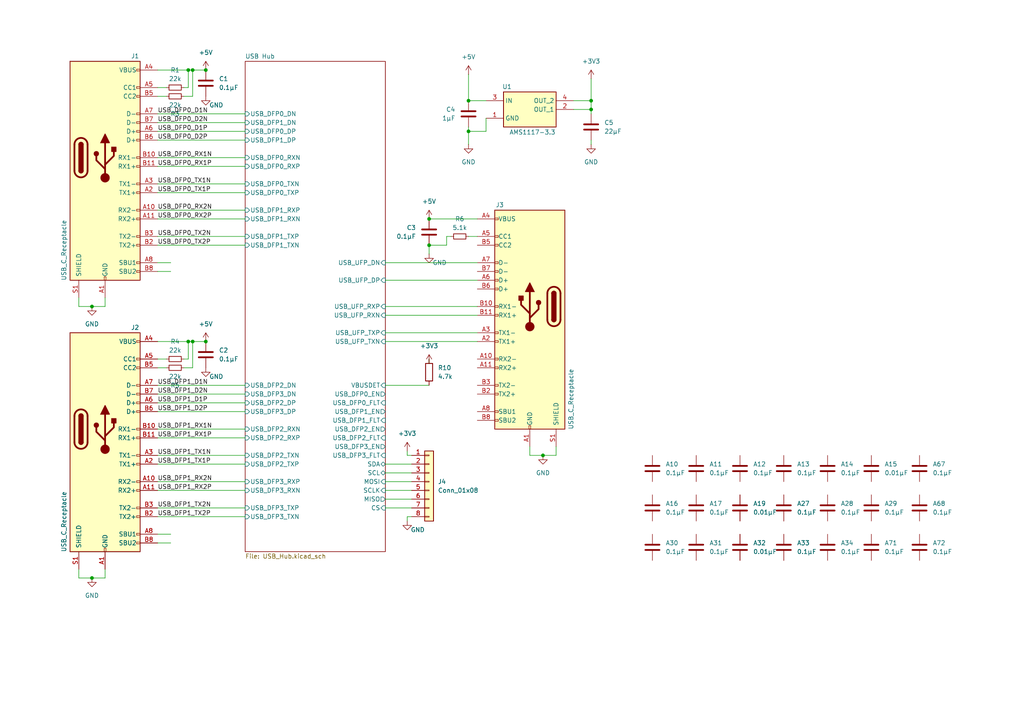
<source format=kicad_sch>
(kicad_sch (version 20231120) (generator "eeschema") (generator_version "8.0")
  (paper "A4")
  (lib_symbols
    (symbol "AP7361-10ER-13:AP7361-10ER-13"
      (property "Reference" "U5" (at 6.096 4.064 0))
      (property "Value" "AP7361-10ER-13" (at 13.462 -9.144 0))
      (symbol "AP7361-10ER-13_1_1"
        (rectangle (start 5.08 2.54) (end 20.32 -7.62) (stroke (width 0.254)) (fill (type background)))
        (pin passive line (at 0 -5.08 0) (length 5.08) (name "GND") (number "1"))
        (pin passive line (at 25.4 -2.54 180) (length 5.08) (name "OUT_1") (number "2"))
        (pin passive line (at 0 0 0) (length 5.08) (name "IN") (number "3"))
        (pin passive line (at 25.4 0 180) (length 5.08) (name "OUT_2") (number "4"))
      )
    )
    (symbol "Connector:USB_C_Receptacle" (pin_names (offset 1.016))
      (property "Reference" "J" (at -10.16 29.21 0))
      (property "Value" "USB_C_Receptacle" (at 10.16 29.21 0))
      (symbol "USB_C_Receptacle_0_0"
        (rectangle (start -0.254 -35.56) (end 0.254 -34.544))
        (rectangle (start 10.16 -32.766) (end 9.144 -33.274))
        (rectangle (start 10.16 -30.226) (end 9.144 -30.734))
        (rectangle (start 10.16 -25.146) (end 9.144 -25.654))
        (rectangle (start 10.16 -22.606) (end 9.144 -23.114))
        (rectangle (start 10.16 -17.526) (end 9.144 -18.034))
        (rectangle (start 10.16 -14.986) (end 9.144 -15.494))
        (rectangle (start 10.16 -9.906) (end 9.144 -10.414))
        (rectangle (start 10.16 -7.366) (end 9.144 -7.874))
        (rectangle (start 10.16 -2.286) (end 9.144 -2.794))
        (rectangle (start 10.16 0.254) (end 9.144 -0.254))
        (rectangle (start 10.16 5.334) (end 9.144 4.826))
        (rectangle (start 10.16 7.874) (end 9.144 7.366))
        (rectangle (start 10.16 10.414) (end 9.144 9.906))
        (rectangle (start 10.16 12.954) (end 9.144 12.446))
        (rectangle (start 10.16 18.034) (end 9.144 17.526))
        (rectangle (start 10.16 20.574) (end 9.144 20.066))
        (rectangle (start 10.16 25.654) (end 9.144 25.146))
      )
      (symbol "USB_C_Receptacle_0_1"
        (rectangle (start -10.16 27.94) (end 10.16 -35.56) (stroke (width 0.254)) (fill (type background)))
        (arc (start -8.89 -3.81) (mid -6.985 -5.7067) (end -5.08 -3.81) (stroke (width 0.508)))
        (arc (start -7.62 -3.81) (mid -6.985 -4.4423) (end -6.35 -3.81) (stroke (width 0.254)))
        (arc (start -7.62 -3.81) (mid -6.985 -4.4423) (end -6.35 -3.81) (stroke (width 0.254)) (fill (type outline)))
        (rectangle (start -7.62 -3.81) (end -6.35 3.81) (stroke (width 0.254)) (fill (type outline)))
        (arc (start -6.35 3.81) (mid -6.985 4.4423) (end -7.62 3.81) (stroke (width 0.254)))
        (arc (start -6.35 3.81) (mid -6.985 4.4423) (end -7.62 3.81) (stroke (width 0.254)) (fill (type outline)))
        (arc (start -5.08 3.81) (mid -6.985 5.7067) (end -8.89 3.81) (stroke (width 0.508)))
        (polyline (pts (xy -8.89 -3.81) (xy -8.89 3.81)) (stroke (width 0.508)))
        (polyline (pts (xy -5.08 3.81) (xy -5.08 -3.81)) (stroke (width 0.508)))
      )
      (symbol "USB_C_Receptacle_1_1"
        (circle (center -2.54 1.143) (radius 0.635) (stroke (width 0.254)) (fill (type outline)))
        (circle (center 0 -5.842) (radius 1.27) (fill (type outline)))
        (polyline (pts (xy 0 -5.842) (xy 0 4.318)) (stroke (width 0.508)))
        (polyline (pts (xy 0 -3.302) (xy -2.54 -0.762) (xy -2.54 0.508)) (stroke (width 0.508)))
        (polyline (pts (xy 0 -2.032) (xy 2.54 0.508) (xy 2.54 1.778)) (stroke (width 0.508)))
        (polyline (pts (xy -1.27 4.318) (xy 0 6.858) (xy 1.27 4.318) (xy -1.27 4.318)) (stroke (width 0.254)) (fill (type outline)))
        (rectangle (start 1.905 1.778) (end 3.175 3.048) (stroke (width 0.254)) (fill (type outline)))
        (pin passive line (at 0 -40.64 90) (length 5.08) (name "GND") (number "A1"))
        (pin bidirectional line (at 15.24 -15.24 180) (length 5.08) (name "RX2-") (number "A10"))
        (pin bidirectional line (at 15.24 -17.78 180) (length 5.08) (name "RX2+") (number "A11"))
        (pin passive line (at 0 -40.64 90) (length 5.08) hide (name "GND") (number "A12"))
        (pin bidirectional line (at 15.24 -10.16 180) (length 5.08) (name "TX1+") (number "A2"))
        (pin bidirectional line (at 15.24 -7.62 180) (length 5.08) (name "TX1-") (number "A3"))
        (pin passive line (at 15.24 25.4 180) (length 5.08) (name "VBUS") (number "A4"))
        (pin bidirectional line (at 15.24 20.32 180) (length 5.08) (name "CC1") (number "A5"))
        (pin bidirectional line (at 15.24 7.62 180) (length 5.08) (name "D+") (number "A6"))
        (pin bidirectional line (at 15.24 12.7 180) (length 5.08) (name "D-") (number "A7"))
        (pin bidirectional line (at 15.24 -30.48 180) (length 5.08) (name "SBU1") (number "A8"))
        (pin passive line (at 15.24 25.4 180) (length 5.08) hide (name "VBUS") (number "A9"))
        (pin passive line (at 0 -40.64 90) (length 5.08) hide (name "GND") (number "B1"))
        (pin bidirectional line (at 15.24 0 180) (length 5.08) (name "RX1-") (number "B10"))
        (pin bidirectional line (at 15.24 -2.54 180) (length 5.08) (name "RX1+") (number "B11"))
        (pin passive line (at 0 -40.64 90) (length 5.08) hide (name "GND") (number "B12"))
        (pin bidirectional line (at 15.24 -25.4 180) (length 5.08) (name "TX2+") (number "B2"))
        (pin bidirectional line (at 15.24 -22.86 180) (length 5.08) (name "TX2-") (number "B3"))
        (pin passive line (at 15.24 25.4 180) (length 5.08) hide (name "VBUS") (number "B4"))
        (pin bidirectional line (at 15.24 17.78 180) (length 5.08) (name "CC2") (number "B5"))
        (pin bidirectional line (at 15.24 5.08 180) (length 5.08) (name "D+") (number "B6"))
        (pin bidirectional line (at 15.24 10.16 180) (length 5.08) (name "D-") (number "B7"))
        (pin bidirectional line (at 15.24 -33.02 180) (length 5.08) (name "SBU2") (number "B8"))
        (pin passive line (at 15.24 25.4 180) (length 5.08) hide (name "VBUS") (number "B9"))
        (pin passive line (at -7.62 -40.64 90) (length 5.08) (name "SHIELD") (number "S1"))
      )
    )
    (symbol "Connector_Generic:Conn_01x08" (pin_names (offset 1.016) hide)
      (property "Reference" "J" (at 0 10.16 0))
      (property "Value" "Conn_01x08" (at 0 -12.7 0))
      (symbol "Conn_01x08_1_1"
        (rectangle (start -1.27 -10.033) (end 0 -10.287) (stroke (width 0.1524)))
        (rectangle (start -1.27 -7.493) (end 0 -7.747) (stroke (width 0.1524)))
        (rectangle (start -1.27 -4.953) (end 0 -5.207) (stroke (width 0.1524)))
        (rectangle (start -1.27 -2.413) (end 0 -2.667) (stroke (width 0.1524)))
        (rectangle (start -1.27 0.127) (end 0 -0.127) (stroke (width 0.1524)))
        (rectangle (start -1.27 2.667) (end 0 2.413) (stroke (width 0.1524)))
        (rectangle (start -1.27 5.207) (end 0 4.953) (stroke (width 0.1524)))
        (rectangle (start -1.27 7.747) (end 0 7.493) (stroke (width 0.1524)))
        (rectangle (start -1.27 8.89) (end 1.27 -11.43) (stroke (width 0.254)) (fill (type background)))
        (pin passive line (at -5.08 7.62 0) (length 3.81) (name "Pin_1") (number "1"))
        (pin passive line (at -5.08 5.08 0) (length 3.81) (name "Pin_2") (number "2"))
        (pin passive line (at -5.08 2.54 0) (length 3.81) (name "Pin_3") (number "3"))
        (pin passive line (at -5.08 0 0) (length 3.81) (name "Pin_4") (number "4"))
        (pin passive line (at -5.08 -2.54 0) (length 3.81) (name "Pin_5") (number "5"))
        (pin passive line (at -5.08 -5.08 0) (length 3.81) (name "Pin_6") (number "6"))
        (pin passive line (at -5.08 -7.62 0) (length 3.81) (name "Pin_7") (number "7"))
        (pin passive line (at -5.08 -10.16 0) (length 3.81) (name "Pin_8") (number "8"))
      )
    )
    (symbol "Device:C" (pin_numbers hide) (pin_names (offset 0.254))
      (property "Reference" "C" (at 0.635 2.54 0))
      (property "Value" "C" (at 0.635 -2.54 0))
      (symbol "C_0_1"
        (polyline (pts (xy -2.032 -0.762) (xy 2.032 -0.762)) (stroke (width 0.508)))
        (polyline (pts (xy -2.032 0.762) (xy 2.032 0.762)) (stroke (width 0.508)))
      )
      (symbol "C_1_1"
        (pin passive line (at 0 3.81 270) (length 2.794) (name "~") (number "1"))
        (pin passive line (at 0 -3.81 90) (length 2.794) (name "~") (number "2"))
      )
    )
    (symbol "Device:R" (pin_numbers hide) (pin_names (offset 0))
      (property "Reference" "R" (at 2.032 0 90))
      (property "Value" "R" (at 0 0 90))
      (symbol "R_0_1"
        (rectangle (start -1.016 -2.54) (end 1.016 2.54) (stroke (width 0.254)))
      )
      (symbol "R_1_1"
        (pin passive line (at 0 3.81 270) (length 1.27) (name "~") (number "1"))
        (pin passive line (at 0 -3.81 90) (length 1.27) (name "~") (number "2"))
      )
    )
    (symbol "Device:R_Small" (pin_numbers hide) (pin_names (offset 0.254) hide)
      (property "Reference" "R" (at 0.762 0.508 0))
      (property "Value" "R_Small" (at 0.762 -1.016 0))
      (symbol "R_Small_0_1"
        (rectangle (start -0.762 1.778) (end 0.762 -1.778) (stroke (width 0.2032)))
      )
      (symbol "R_Small_1_1"
        (pin passive line (at 0 2.54 270) (length 0.762) (name "~") (number "1"))
        (pin passive line (at 0 -2.54 90) (length 0.762) (name "~") (number "2"))
      )
    )
    (symbol "power:+3V3" (power) (pin_numbers hide) (pin_names (offset 0) hide)
      (property "Value" "+3V3" (at 0 3.556 0))
      (symbol "+3V3_0_1"
        (polyline (pts (xy -0.762 1.27) (xy 0 2.54)))
        (polyline (pts (xy 0 0) (xy 0 2.54)))
        (polyline (pts (xy 0 2.54) (xy 0.762 1.27)))
      )
      (symbol "+3V3_1_1"
        (pin power_in line (at 0 0 90) (length 0) (name "~") (number "1"))
      )
    )
    (symbol "power:+5V" (power) (pin_numbers hide) (pin_names (offset 0) hide)
      (property "Value" "+5V" (at 0 3.556 0))
      (symbol "+5V_0_1"
        (polyline (pts (xy -0.762 1.27) (xy 0 2.54)))
        (polyline (pts (xy 0 0) (xy 0 2.54)))
        (polyline (pts (xy 0 2.54) (xy 0.762 1.27)))
      )
      (symbol "+5V_1_1"
        (pin power_in line (at 0 0 90) (length 0) (name "~") (number "1"))
      )
    )
    (symbol "power:GND" (power) (pin_numbers hide) (pin_names (offset 0) hide)
      (property "Value" "GND" (at 0 -3.81 0))
      (symbol "GND_0_1"
        (polyline (pts (xy 0 0) (xy 0 -1.27) (xy 1.27 -1.27) (xy 0 -2.54) (xy -1.27 -1.27) (xy 0 -1.27)))
      )
      (symbol "GND_1_1"
        (pin power_in line (at 0 0 270) (length 0) (name "~") (number "1"))
      )
    )
  )
  (junction (at 135.89 38.1))
  (junction (at 55.88 99.06))
  (junction (at 54.61 99.06))
  (junction (at 171.45 31.75))
  (junction (at 124.46 63.5))
  (junction (at 157.48 132.08))
  (junction (at 26.67 167.64))
  (junction (at 26.67 88.9))
  (junction (at 59.69 20.32))
  (junction (at 55.88 20.32))
  (junction (at 171.45 29.21))
  (junction (at 59.69 99.06))
  (junction (at 124.46 71.12))
  (junction (at 135.89 29.21))
  (junction (at 54.61 20.32))
  (wire (pts (xy 45.72 20.32) (xy 54.61 20.32)))
  (wire (pts (xy 153.67 129.54) (xy 153.67 132.08)))
  (wire (pts (xy 111.76 96.52) (xy 138.43 96.52)))
  (wire (pts (xy 119.38 132.08) (xy 118.11 132.08)))
  (wire (pts (xy 118.11 149.86) (xy 118.11 151.13)))
  (wire (pts (xy 45.72 35.56) (xy 71.12 35.56)))
  (wire (pts (xy 138.43 68.58) (xy 135.89 68.58)))
  (wire (pts (xy 53.34 27.94) (xy 55.88 27.94)))
  (wire (pts (xy 45.72 116.84) (xy 71.12 116.84)))
  (wire (pts (xy 161.29 132.08) (xy 161.29 129.54)))
  (wire (pts (xy 45.72 48.26) (xy 71.12 48.26)))
  (wire (pts (xy 166.37 31.75) (xy 171.45 31.75)))
  (wire (pts (xy 45.72 111.76) (xy 71.12 111.76)))
  (wire (pts (xy 118.11 130.81) (xy 118.11 132.08)))
  (wire (pts (xy 111.76 134.62) (xy 119.38 134.62)))
  (wire (pts (xy 111.76 99.06) (xy 138.43 99.06)))
  (wire (pts (xy 111.76 88.9) (xy 138.43 88.9)))
  (wire (pts (xy 54.61 25.4) (xy 54.61 20.32)))
  (wire (pts (xy 124.46 73.66) (xy 124.46 71.12)))
  (wire (pts (xy 45.72 63.5) (xy 71.12 63.5)))
  (wire (pts (xy 124.46 63.5) (xy 138.43 63.5)))
  (wire (pts (xy 45.72 45.72) (xy 71.12 45.72)))
  (wire (pts (xy 53.34 25.4) (xy 54.61 25.4)))
  (wire (pts (xy 135.89 21.59) (xy 135.89 29.21)))
  (wire (pts (xy 111.76 76.2) (xy 138.43 76.2)))
  (wire (pts (xy 45.72 53.34) (xy 71.12 53.34)))
  (wire (pts (xy 45.72 142.24) (xy 71.12 142.24)))
  (wire (pts (xy 45.72 149.86) (xy 71.12 149.86)))
  (wire (pts (xy 124.46 104.14) (xy 124.46 105.41)))
  (wire (pts (xy 30.48 88.9) (xy 30.48 86.36)))
  (wire (pts (xy 45.72 25.4) (xy 48.26 25.4)))
  (wire (pts (xy 111.76 137.16) (xy 119.38 137.16)))
  (wire (pts (xy 26.67 88.9) (xy 30.48 88.9)))
  (wire (pts (xy 45.72 139.7) (xy 71.12 139.7)))
  (wire (pts (xy 45.72 134.62) (xy 71.12 134.62)))
  (wire (pts (xy 135.89 38.1) (xy 135.89 41.91)))
  (wire (pts (xy 22.86 86.36) (xy 22.86 88.9)))
  (wire (pts (xy 111.76 111.76) (xy 124.46 111.76)))
  (wire (pts (xy 55.88 99.06) (xy 59.69 99.06)))
  (wire (pts (xy 111.76 139.7) (xy 119.38 139.7)))
  (wire (pts (xy 140.97 38.1) (xy 135.89 38.1)))
  (wire (pts (xy 45.72 38.1) (xy 71.12 38.1)))
  (wire (pts (xy 54.61 20.32) (xy 55.88 20.32)))
  (wire (pts (xy 45.72 55.88) (xy 71.12 55.88)))
  (wire (pts (xy 26.67 167.64) (xy 30.48 167.64)))
  (wire (pts (xy 171.45 29.21) (xy 171.45 31.75)))
  (wire (pts (xy 49.53 157.48) (xy 45.72 157.48)))
  (wire (pts (xy 45.72 114.3) (xy 71.12 114.3)))
  (wire (pts (xy 153.67 132.08) (xy 157.48 132.08)))
  (wire (pts (xy 130.81 68.58) (xy 129.54 68.58)))
  (wire (pts (xy 135.89 36.83) (xy 135.89 38.1)))
  (wire (pts (xy 45.72 104.14) (xy 48.26 104.14)))
  (wire (pts (xy 135.89 29.21) (xy 140.97 29.21)))
  (wire (pts (xy 45.72 99.06) (xy 54.61 99.06)))
  (wire (pts (xy 55.88 20.32) (xy 59.69 20.32)))
  (wire (pts (xy 45.72 27.94) (xy 48.26 27.94)))
  (wire (pts (xy 171.45 31.75) (xy 171.45 33.02)))
  (wire (pts (xy 45.72 60.96) (xy 71.12 60.96)))
  (wire (pts (xy 129.54 68.58) (xy 129.54 71.12)))
  (wire (pts (xy 140.97 34.29) (xy 140.97 38.1)))
  (wire (pts (xy 111.76 144.78) (xy 119.38 144.78)))
  (wire (pts (xy 45.72 127) (xy 71.12 127)))
  (wire (pts (xy 45.72 119.38) (xy 71.12 119.38)))
  (wire (pts (xy 171.45 40.64) (xy 171.45 41.91)))
  (wire (pts (xy 55.88 27.94) (xy 55.88 20.32)))
  (wire (pts (xy 111.76 147.32) (xy 119.38 147.32)))
  (wire (pts (xy 45.72 124.46) (xy 71.12 124.46)))
  (wire (pts (xy 124.46 71.12) (xy 129.54 71.12)))
  (wire (pts (xy 49.53 154.94) (xy 45.72 154.94)))
  (wire (pts (xy 45.72 68.58) (xy 71.12 68.58)))
  (wire (pts (xy 22.86 88.9) (xy 26.67 88.9)))
  (wire (pts (xy 30.48 167.64) (xy 30.48 165.1)))
  (wire (pts (xy 111.76 142.24) (xy 119.38 142.24)))
  (wire (pts (xy 49.53 78.74) (xy 45.72 78.74)))
  (wire (pts (xy 45.72 71.12) (xy 71.12 71.12)))
  (wire (pts (xy 45.72 33.02) (xy 71.12 33.02)))
  (wire (pts (xy 55.88 106.68) (xy 55.88 99.06)))
  (wire (pts (xy 54.61 104.14) (xy 54.61 99.06)))
  (wire (pts (xy 119.38 149.86) (xy 118.11 149.86)))
  (wire (pts (xy 157.48 132.08) (xy 161.29 132.08)))
  (wire (pts (xy 45.72 40.64) (xy 71.12 40.64)))
  (wire (pts (xy 54.61 99.06) (xy 55.88 99.06)))
  (wire (pts (xy 171.45 22.86) (xy 171.45 29.21)))
  (wire (pts (xy 22.86 167.64) (xy 26.67 167.64)))
  (wire (pts (xy 45.72 106.68) (xy 48.26 106.68)))
  (wire (pts (xy 166.37 29.21) (xy 171.45 29.21)))
  (wire (pts (xy 111.76 81.28) (xy 138.43 81.28)))
  (wire (pts (xy 111.76 91.44) (xy 138.43 91.44)))
  (wire (pts (xy 22.86 165.1) (xy 22.86 167.64)))
  (wire (pts (xy 49.53 76.2) (xy 45.72 76.2)))
  (wire (pts (xy 53.34 104.14) (xy 54.61 104.14)))
  (wire (pts (xy 45.72 147.32) (xy 71.12 147.32)))
  (wire (pts (xy 53.34 106.68) (xy 55.88 106.68)))
  (wire (pts (xy 45.72 132.08) (xy 71.12 132.08)))
  (label "USB_DFP0_D2P" (at 45.72 40.64 0))
  (label "USB_DFP1_D1N" (at 45.72 111.76 0))
  (label "USB_DFP1_D1P" (at 45.72 116.84 0))
  (label "USB_DFP1_RX2P" (at 45.72 142.24 0))
  (label "USB_DFP1_D2N" (at 45.72 114.3 0))
  (label "USB_DFP0_TX1P" (at 45.72 55.88 0))
  (label "USB_DFP0_RX1N" (at 45.72 45.72 0))
  (label "USB_DFP1_TX2P" (at 45.72 149.86 0))
  (label "USB_DFP0_RX2P" (at 45.72 63.5 0))
  (label "USB_DFP0_TX2P" (at 45.72 71.12 0))
  (label "USB_DFP1_D2P" (at 45.72 119.38 0))
  (label "USB_DFP1_TX1P" (at 45.72 134.62 0))
  (label "USB_DFP0_D1N" (at 45.72 33.02 0))
  (label "USB_DFP0_TX1N" (at 45.72 53.34 0))
  (label "USB_DFP1_TX1N" (at 45.72 132.08 0))
  (label "USB_DFP1_RX2N" (at 45.72 139.7 0))
  (label "USB_DFP0_RX1P" (at 45.72 48.26 0))
  (label "USB_DFP0_D2N" (at 45.72 35.56 0))
  (label "USB_DFP0_TX2N" (at 45.72 68.58 0))
  (label "USB_DFP1_TX2N" (at 45.72 147.32 0))
  (label "USB_DFP1_RX1P" (at 45.72 127 0))
  (label "USB_DFP1_RX1N" (at 45.72 124.46 0))
  (label "USB_DFP0_RX2N" (at 45.72 60.96 0))
  (label "USB_DFP0_D1P" (at 45.72 38.1 0))
  (symbol (lib_id "power:GND") (at 59.69 27.94 0) (unit 1)
    (property "Reference" "#PWR02" (effects (hide yes)))
    (property "Value" "GND" (at 62.738 30.48 0))
    (property "Description" "Power symbol creates a global label with name \"GND\" , ground" (effects (hide yes)))
  )
  (symbol (lib_id "power:GND") (at 171.45 41.91 0) (unit 1)
    (property "Reference" "#PWR013" (effects (hide yes)))
    (property "Value" "GND" (at 171.45 46.99 0))
    (property "Description" "Power symbol creates a global label with name \"GND\" , ground" (effects (hide yes)))
  )
  (symbol (lib_id "Device:C") (at 227.33 158.75 0) (unit 1)
    (property "Reference" "A33" (at 231.14 157.4799 0) (effects (justify left)))
    (property "Value" "0.1µF" (at 231.14 160.0199 0) (effects (justify left)))
    (property "Footprint" "Capacitor_SMD:C_0402_1005Metric" (effects (hide yes)))
    (property "Description" "Unpolarized capacitor" (effects (hide yes)))
    (property "LCSC" "C307331" (effects (hide yes)))
    (property "Part_Number" "CL05B104KB54PNC" (effects (hide yes)))
  )
  (symbol (lib_id "Device:C") (at 252.73 147.32 0) (unit 1)
    (property "Reference" "A29" (at 256.54 146.0499 0) (effects (justify left)))
    (property "Value" "0.1µF" (at 256.54 148.5899 0) (effects (justify left)))
    (property "Footprint" "Capacitor_SMD:C_0402_1005Metric" (effects (hide yes)))
    (property "Description" "Unpolarized capacitor" (effects (hide yes)))
    (property "LCSC" "C307331" (effects (hide yes)))
    (property "Part_Number" "CL05B104KB54PNC" (effects (hide yes)))
  )
  (symbol (lib_id "Device:C") (at 227.33 135.89 0) (unit 1)
    (property "Reference" "A13" (at 231.14 134.6199 0) (effects (justify left)))
    (property "Value" "0.1µF" (at 231.14 137.1599 0) (effects (justify left)))
    (property "Footprint" "Capacitor_SMD:C_0402_1005Metric" (effects (hide yes)))
    (property "Description" "Unpolarized capacitor" (effects (hide yes)))
    (property "LCSC" "C307331" (effects (hide yes)))
    (property "Part_Number" "CL05B104KB54PNC" (effects (hide yes)))
  )
  (symbol (lib_id "power:+5V") (at 135.89 21.59 0) (unit 1)
    (property "Reference" "#PWR014" (effects (hide yes)))
    (property "Value" "+5V" (at 135.89 16.51 0))
    (property "Description" "Power symbol creates a global label with name \"+5V\"" (effects (hide yes)))
  )
  (symbol (lib_id "Device:R_Small") (at 50.8 27.94 270) (mirror x) (unit 1)
    (property "Reference" "R3" (at 50.8 33.02 90))
    (property "Value" "22k" (at 50.8 30.48 90))
    (property "Footprint" "Resistor_SMD:R_0402_1005Metric" (effects (hide yes)))
    (property "Description" "Resistor, small symbol" (effects (hide yes)))
    (property "Part_Number" "0402WGF2202TCE" (effects (hide yes)))
    (property "LCSC" "C25768" (effects (hide yes)))
  )
  (symbol (lib_id "power:+3V3") (at 124.46 105.41 0) (unit 1)
    (property "Reference" "#PWR010" (effects (hide yes)))
    (property "Value" "+3V3" (at 124.46 100.33 0))
    (property "Description" "Power symbol creates a global label with name \"+3V3\"" (effects (hide yes)))
  )
  (symbol (lib_id "Device:R") (at 124.46 107.95 180) (unit 1)
    (property "Reference" "R10" (at 127 106.6799 0) (effects (justify right)))
    (property "Value" "4.7k" (at 127 109.2199 0) (effects (justify right)))
    (property "Footprint" "Resistor_SMD:R_0402_1005Metric" (effects (hide yes)))
    (property "Description" "Resistor" (effects (hide yes)))
    (property "LCSC" "C25900" (effects (hide yes)))
    (property "Part_Number" "0402WGF4701TCE" (effects (hide yes)))
  )
  (symbol (lib_id "power:GND") (at 124.46 73.66 0) (unit 1)
    (property "Reference" "#PWR08" (effects (hide yes)))
    (property "Value" "GND" (at 127.508 76.2 0))
    (property "Description" "Power symbol creates a global label with name \"GND\" , ground" (effects (hide yes)))
  )
  (symbol (lib_id "Device:R_Small") (at 133.35 68.58 270) (mirror x) (unit 1)
    (property "Reference" "R6" (at 133.35 63.5 90))
    (property "Value" "5.1k" (at 133.35 66.04 90))
    (property "Footprint" "Resistor_SMD:R_0402_1005Metric" (effects (hide yes)))
    (property "Description" "Resistor, small symbol" (effects (hide yes)))
    (property "Part_Number" "0402WGF5101TCE" (effects (hide yes)))
    (property "LCSC" "C25905" (effects (hide yes)))
  )
  (symbol (lib_id "Device:C") (at 135.89 33.02 0) (mirror y) (unit 1)
    (property "Reference" "C4" (at 132.08 31.7499 0) (effects (justify left)))
    (property "Value" "1µF" (at 132.08 34.2899 0) (effects (justify left)))
    (property "Footprint" "Capacitor_SMD:C_0603_1608Metric" (effects (hide yes)))
    (property "Description" "X7R" (effects (hide yes)))
    (property "Part_Number" "CL10A105KB8NNNC" (effects (hide yes)))
    (property "LCSC" "C15849" (effects (hide yes)))
  )
  (symbol (lib_id "Device:C") (at 214.63 158.75 0) (unit 1)
    (property "Reference" "A32" (at 218.44 157.4799 0) (effects (justify left)))
    (property "Value" "0.01µF" (at 218.44 160.0199 0) (effects (justify left)))
    (property "Footprint" "Capacitor_SMD:C_0402_1005Metric" (effects (hide yes)))
    (property "Description" "X7R" (effects (hide yes)))
    (property "LCSC" "C15195" (effects (hide yes)))
    (property "Part_Number" "CL05B103KB5NNNC" (effects (hide yes)))
  )
  (symbol (lib_id "Device:C") (at 240.03 135.89 0) (unit 1)
    (property "Reference" "A14" (at 243.84 134.6199 0) (effects (justify left)))
    (property "Value" "0.1µF" (at 243.84 137.1599 0) (effects (justify left)))
    (property "Footprint" "Capacitor_SMD:C_0402_1005Metric" (effects (hide yes)))
    (property "Description" "Unpolarized capacitor" (effects (hide yes)))
    (property "LCSC" "C307331" (effects (hide yes)))
    (property "Part_Number" "CL05B104KB54PNC" (effects (hide yes)))
  )
  (symbol (lib_id "power:GND") (at 59.69 106.68 0) (unit 1)
    (property "Reference" "#PWR04" (effects (hide yes)))
    (property "Value" "GND" (at 62.738 109.22 0))
    (property "Description" "Power symbol creates a global label with name \"GND\" , ground" (effects (hide yes)))
  )
  (symbol (lib_id "power:+3V3") (at 118.11 130.81 0) (unit 1)
    (property "Reference" "#PWR021" (effects (hide yes)))
    (property "Value" "+3V3" (at 118.11 125.73 0))
    (property "Description" "Power symbol creates a global label with name \"+3V3\"" (effects (hide yes)))
  )
  (symbol (lib_id "Connector:USB_C_Receptacle") (at 153.67 88.9 0) (mirror y) (unit 1)
    (property "Reference" "J3" (at 143.764 59.436 0) (effects (justify right)))
    (property "Value" "USB_C_Receptacle" (at 165.608 106.934 90) (effects (justify right)))
    (property "Footprint" "USB-C-SMD_TYPE-C-24P-QT:USB-C-SMD_TYPE-C-24P-QT" (effects (hide yes)))
    (property "Datasheet" "https://www.usb.org/sites/default/files/documents/usb_type-c.zip" (effects (hide yes)))
    (property "Description" "USB Full-Featured Type-C Receptacle connector" (effects (hide yes)))
    (property "LCSC" "C2681555" (effects (hide yes)))
    (property "Part_Number" "TYPE-C 24P QT" (effects (hide yes)))
  )
  (symbol (lib_id "Device:C") (at 124.46 67.31 0) (mirror y) (unit 1)
    (property "Reference" "C3" (at 120.65 66.0399 0) (effects (justify left)))
    (property "Value" "0.1μF" (at 120.65 68.5799 0) (effects (justify left)))
    (property "Footprint" "Capacitor_SMD:C_0402_1005Metric" (effects (hide yes)))
    (property "Description" "Unpolarized capacitor" (effects (hide yes)))
    (property "Part_Number" "CL05B104KO5NNNC" (effects (hide yes)))
    (property "LCSC" "C1525" (effects (hide yes)))
  )
  (symbol (lib_id "Device:C") (at 227.33 147.32 0) (unit 1)
    (property "Reference" "A27" (at 231.14 146.0499 0) (effects (justify left)))
    (property "Value" "0.1µF" (at 231.14 148.5899 0) (effects (justify left)))
    (property "Footprint" "Capacitor_SMD:C_0402_1005Metric" (effects (hide yes)))
    (property "Description" "Unpolarized capacitor" (effects (hide yes)))
    (property "LCSC" "C307331" (effects (hide yes)))
    (property "Part_Number" "CL05B104KB54PNC" (effects (hide yes)))
  )
  (symbol (lib_id "Device:C") (at 252.73 135.89 0) (unit 1)
    (property "Reference" "A15" (at 256.54 134.6199 0) (effects (justify left)))
    (property "Value" "0.01µF" (at 256.54 137.1599 0) (effects (justify left)))
    (property "Footprint" "Capacitor_SMD:C_0402_1005Metric" (effects (hide yes)))
    (property "Description" "X7R" (effects (hide yes)))
    (property "Part_Number" "CL05B103KB5NNNC" (effects (hide yes)))
    (property "LCSC" "C15195" (effects (hide yes)))
  )
  (symbol (lib_id "Device:C") (at 171.45 36.83 0) (unit 1)
    (property "Reference" "C5" (at 175.26 35.5599 0) (effects (justify left)))
    (property "Value" "22μF" (at 175.26 38.0999 0) (effects (justify left)))
    (property "Footprint" "Capacitor_SMD:C_0603_1608Metric" (effects (hide yes)))
    (property "Description" "X5R" (effects (hide yes)))
    (property "Part_Number" "CL10A226MQ8NRNC" (effects (hide yes)))
    (property "LCSC" "C59461" (effects (hide yes)))
  )
  (symbol (lib_id "power:+5V") (at 124.46 63.5 0) (mirror y) (unit 1)
    (property "Reference" "#PWR07" (effects (hide yes)))
    (property "Value" "+5V" (at 124.46 58.42 0))
    (property "Description" "Power symbol creates a global label with name \"+5V\"" (effects (hide yes)))
  )
  (symbol (lib_id "Device:C") (at 266.7 158.75 0) (unit 1)
    (property "Reference" "A72" (at 270.51 157.4799 0) (effects (justify left)))
    (property "Value" "0.1µF" (at 270.51 160.0199 0) (effects (justify left)))
    (property "Footprint" "Capacitor_SMD:C_0402_1005Metric" (effects (hide yes)))
    (property "Description" "Unpolarized capacitor" (effects (hide yes)))
    (property "LCSC" "C307331" (effects (hide yes)))
    (property "Part_Number" "CL05B104KB54PNC" (effects (hide yes)))
  )
  (symbol (lib_id "Device:R_Small") (at 50.8 25.4 90) (unit 1)
    (property "Reference" "R1" (at 50.8 20.32 90))
    (property "Value" "22k" (at 50.8 22.86 90))
    (property "Footprint" "Resistor_SMD:R_0402_1005Metric" (effects (hide yes)))
    (property "Description" "Resistor, small symbol" (effects (hide yes)))
    (property "Part_Number" "0402WGF2202TCE" (effects (hide yes)))
    (property "LCSC" "C25768" (effects (hide yes)))
  )
  (symbol (lib_id "Device:C") (at 189.23 158.75 0) (unit 1)
    (property "Reference" "A30" (at 193.04 157.4799 0) (effects (justify left)))
    (property "Value" "0.1µF" (at 193.04 160.0199 0) (effects (justify left)))
    (property "Footprint" "Capacitor_SMD:C_0402_1005Metric" (effects (hide yes)))
    (property "Description" "Unpolarized capacitor" (effects (hide yes)))
    (property "LCSC" "C307331" (effects (hide yes)))
    (property "Part_Number" "CL05B104KB54PNC" (effects (hide yes)))
  )
  (symbol (lib_id "Device:C") (at 266.7 135.89 0) (unit 1)
    (property "Reference" "A67" (at 270.51 134.6199 0) (effects (justify left)))
    (property "Value" "0.1µF" (at 270.51 137.1599 0) (effects (justify left)))
    (property "Footprint" "Capacitor_SMD:C_0402_1005Metric" (effects (hide yes)))
    (property "Description" "Unpolarized capacitor" (effects (hide yes)))
    (property "LCSC" "C307331" (effects (hide yes)))
    (property "Part_Number" "CL05B104KB54PNC" (effects (hide yes)))
  )
  (symbol (lib_id "Device:C") (at 201.93 135.89 0) (unit 1)
    (property "Reference" "A11" (at 205.74 134.6199 0) (effects (justify left)))
    (property "Value" "0.1µF" (at 205.74 137.1599 0) (effects (justify left)))
    (property "Footprint" "Capacitor_SMD:C_0402_1005Metric" (effects (hide yes)))
    (property "Description" "Unpolarized capacitor" (effects (hide yes)))
    (property "LCSC" "C307331" (effects (hide yes)))
    (property "Part_Number" "CL05B104KB54PNC" (effects (hide yes)))
  )
  (symbol (lib_id "power:+5V") (at 59.69 99.06 0) (unit 1)
    (property "Reference" "#PWR06" (effects (hide yes)))
    (property "Value" "+5V" (at 59.69 93.98 0))
    (property "Description" "Power symbol creates a global label with name \"+5V\"" (effects (hide yes)))
  )
  (symbol (lib_id "power:GND") (at 26.67 88.9 0) (unit 1)
    (property "Reference" "#PWR01" (effects (hide yes)))
    (property "Value" "GND" (at 26.67 93.98 0))
    (property "Description" "Power symbol creates a global label with name \"GND\" , ground" (effects (hide yes)))
  )
  (symbol (lib_id "power:+5V") (at 59.69 20.32 0) (unit 1)
    (property "Reference" "#PWR05" (effects (hide yes)))
    (property "Value" "+5V" (at 59.69 15.24 0))
    (property "Description" "Power symbol creates a global label with name \"+5V\"" (effects (hide yes)))
  )
  (symbol (lib_id "Device:R_Small") (at 50.8 106.68 270) (mirror x) (unit 1)
    (property "Reference" "R5" (at 50.8 111.76 90))
    (property "Value" "22k" (at 50.8 109.22 90))
    (property "Footprint" "Resistor_SMD:R_0402_1005Metric" (effects (hide yes)))
    (property "Description" "Resistor, small symbol" (effects (hide yes)))
    (property "Part_Number" "0402WGF2202TCE" (effects (hide yes)))
    (property "LCSC" "C25768" (effects (hide yes)))
  )
  (symbol (lib_id "Device:C") (at 240.03 147.32 0) (unit 1)
    (property "Reference" "A28" (at 243.84 146.0499 0) (effects (justify left)))
    (property "Value" "0.1µF" (at 243.84 148.5899 0) (effects (justify left)))
    (property "Footprint" "Capacitor_SMD:C_0402_1005Metric" (effects (hide yes)))
    (property "Description" "Unpolarized capacitor" (effects (hide yes)))
    (property "LCSC" "C307331" (effects (hide yes)))
    (property "Part_Number" "CL05B104KB54PNC" (effects (hide yes)))
  )
  (symbol (lib_id "power:GND") (at 118.11 151.13 0) (unit 1)
    (property "Reference" "#PWR022" (effects (hide yes)))
    (property "Value" "GND" (at 121.158 153.67 0))
    (property "Description" "Power symbol creates a global label with name \"GND\" , ground" (effects (hide yes)))
  )
  (symbol (lib_id "Device:C") (at 252.73 158.75 0) (unit 1)
    (property "Reference" "A71" (at 256.54 157.4799 0) (effects (justify left)))
    (property "Value" "0.1µF" (at 256.54 160.0199 0) (effects (justify left)))
    (property "Footprint" "Capacitor_SMD:C_0402_1005Metric" (effects (hide yes)))
    (property "Description" "Unpolarized capacitor" (effects (hide yes)))
    (property "LCSC" "C307331" (effects (hide yes)))
    (property "Part_Number" "CL05B104KB54PNC" (effects (hide yes)))
  )
  (symbol (lib_id "Device:C") (at 189.23 147.32 0) (unit 1)
    (property "Reference" "A16" (at 193.04 146.0499 0) (effects (justify left)))
    (property "Value" "0.1µF" (at 193.04 148.5899 0) (effects (justify left)))
    (property "Footprint" "Capacitor_SMD:C_0402_1005Metric" (effects (hide yes)))
    (property "Description" "Unpolarized capacitor" (effects (hide yes)))
    (property "LCSC" "C307331" (effects (hide yes)))
    (property "Part_Number" "CL05B104KB54PNC" (effects (hide yes)))
  )
  (symbol (lib_id "Device:C") (at 201.93 147.32 0) (unit 1)
    (property "Reference" "A17" (at 205.74 146.0499 0) (effects (justify left)))
    (property "Value" "0.1µF" (at 205.74 148.5899 0) (effects (justify left)))
    (property "Footprint" "Capacitor_SMD:C_0402_1005Metric" (effects (hide yes)))
    (property "Description" "Unpolarized capacitor" (effects (hide yes)))
    (property "LCSC" "C307331" (effects (hide yes)))
    (property "Part_Number" "CL05B104KB54PNC" (effects (hide yes)))
  )
  (symbol (lib_id "power:+3V3") (at 171.45 22.86 0) (unit 1)
    (property "Reference" "#PWR011" (effects (hide yes)))
    (property "Value" "+3V3" (at 171.45 17.78 0))
    (property "Description" "Power symbol creates a global label with name \"+3V3\"" (effects (hide yes)))
  )
  (symbol (lib_id "Device:C") (at 189.23 135.89 0) (unit 1)
    (property "Reference" "A10" (at 193.04 134.6199 0) (effects (justify left)))
    (property "Value" "0.1µF" (at 193.04 137.1599 0) (effects (justify left)))
    (property "Footprint" "Capacitor_SMD:C_0402_1005Metric" (effects (hide yes)))
    (property "Description" "Unpolarized capacitor" (effects (hide yes)))
    (property "LCSC" "C307331" (effects (hide yes)))
    (property "Part_Number" "CL05B104KB54PNC" (effects (hide yes)))
  )
  (symbol (lib_id "Connector:USB_C_Receptacle") (at 30.48 124.46 0) (unit 1)
    (property "Reference" "J2" (at 40.386 94.996 0) (effects (justify right)))
    (property "Value" "USB_C_Receptacle" (at 18.542 142.494 90) (effects (justify right)))
    (property "Footprint" "USB-C-SMD_TYPE-C-24P-QT:USB-C-SMD_TYPE-C-24P-QT" (effects (hide yes)))
    (property "Datasheet" "https://www.usb.org/sites/default/files/documents/usb_type-c.zip" (effects (hide yes)))
    (property "Description" "USB Full-Featured Type-C Receptacle connector" (effects (hide yes)))
    (property "LCSC" "C2681555" (effects (hide yes)))
    (property "Part_Number" "TYPE-C 24P QT" (effects (hide yes)))
  )
  (symbol (lib_id "power:GND") (at 26.67 167.64 0) (unit 1)
    (property "Reference" "#PWR03" (effects (hide yes)))
    (property "Value" "GND" (at 26.67 172.72 0))
    (property "Description" "Power symbol creates a global label with name \"GND\" , ground" (effects (hide yes)))
  )
  (symbol (lib_id "Device:C") (at 201.93 158.75 0) (unit 1)
    (property "Reference" "A31" (at 205.74 157.4799 0) (effects (justify left)))
    (property "Value" "0.1µF" (at 205.74 160.0199 0) (effects (justify left)))
    (property "Footprint" "Capacitor_SMD:C_0402_1005Metric" (effects (hide yes)))
    (property "Description" "Unpolarized capacitor" (effects (hide yes)))
    (property "LCSC" "C307331" (effects (hide yes)))
    (property "Part_Number" "CL05B104KB54PNC" (effects (hide yes)))
  )
  (symbol (lib_id "Connector_Generic:Conn_01x08") (at 124.46 139.7 0) (unit 1)
    (property "Reference" "J4" (at 127 139.6999 0) (effects (justify left)))
    (property "Value" "Conn_01x08" (at 127 142.2399 0) (effects (justify left)))
    (property "Footprint" "Connector_PinHeader_2.54mm:PinHeader_1x08_P2.54mm_Vertical" (effects (hide yes)))
    (property "Description" "Generic connector, single row, 01x08, script generated (kicad-library-utils/schlib/autogen/connector/)" (effects (hide yes)))
    (property "Part_Number" "2.54-1*8" (effects (hide yes)))
    (property "LCSC" "C5156616" (effects (hide yes)))
  )
  (symbol (lib_id "Device:C") (at 266.7 147.32 0) (unit 1)
    (property "Reference" "A68" (at 270.51 146.0499 0) (effects (justify left)))
    (property "Value" "0.1µF" (at 270.51 148.5899 0) (effects (justify left)))
    (property "Footprint" "Capacitor_SMD:C_0402_1005Metric" (effects (hide yes)))
    (property "Description" "Unpolarized capacitor" (effects (hide yes)))
    (property "LCSC" "C307331" (effects (hide yes)))
    (property "Part_Number" "CL05B104KB54PNC" (effects (hide yes)))
  )
  (symbol (lib_id "Device:R_Small") (at 50.8 104.14 90) (unit 1)
    (property "Reference" "R4" (at 50.8 99.06 90))
    (property "Value" "22k" (at 50.8 101.6 90))
    (property "Footprint" "Resistor_SMD:R_0402_1005Metric" (effects (hide yes)))
    (property "Description" "Resistor, small symbol" (effects (hide yes)))
    (property "Part_Number" "0402WGF2202TCE" (effects (hide yes)))
    (property "LCSC" "C25768" (effects (hide yes)))
  )
  (symbol (lib_id "Connector:USB_C_Receptacle") (at 30.48 45.72 0) (unit 1)
    (property "Reference" "J1" (at 40.386 16.256 0) (effects (justify right)))
    (property "Value" "USB_C_Receptacle" (at 18.542 63.754 90) (effects (justify right)))
    (property "Footprint" "USB-C-SMD_TYPE-C-24P-QT:USB-C-SMD_TYPE-C-24P-QT" (effects (hide yes)))
    (property "Datasheet" "https://www.usb.org/sites/default/files/documents/usb_type-c.zip" (effects (hide yes)))
    (property "Description" "USB Full-Featured Type-C Receptacle connector" (effects (hide yes)))
    (property "LCSC" "C2681555" (effects (hide yes)))
    (property "Part_Number" "TYPE-C 24P QT" (effects (hide yes)))
  )
  (symbol (lib_id "Device:C") (at 59.69 24.13 0) (unit 1)
    (property "Reference" "C1" (at 63.5 22.8599 0) (effects (justify left)))
    (property "Value" "0.1μF" (at 63.5 25.3999 0) (effects (justify left)))
    (property "Footprint" "Capacitor_SMD:C_0402_1005Metric" (effects (hide yes)))
    (property "Description" "Unpolarized capacitor" (effects (hide yes)))
    (property "Part_Number" "CL05B104KO5NNNC" (effects (hide yes)))
    (property "LCSC" "C1525" (effects (hide yes)))
  )
  (symbol (lib_id "AP7361-10ER-13:AP7361-10ER-13") (at 140.97 29.21 0) (unit 1)
    (property "Reference" "U1" (at 147.066 25.146 0))
    (property "Value" "AMS1117-3.3" (at 154.432 38.354 0))
    (property "Footprint" "AP7361-10ER-13:SOT230P700X180-4N" (effects (hide yes)))
    (property "Datasheet" "https://www.diodes.com/assets/Datasheets/AP7361.pdf" (effects (hide yes)))
    (property "Description" "LDO Voltage Regulators 1A ADJ LDO Fixed Reg 1.0V 150mV 300mA" (effects (hide yes)))
    (property "Part_Number" "AMS1117-3.3" (effects (hide yes)))
    (property "LCSC" "C6186" (effects (hide yes)))
    (property "Height" "1.8" (effects (hide yes)))
    (property "Mouser Part Number" "621-AP7361-10ER-13" (effects (hide yes)))
    (property "Mouser Price/Stock" "https://www.mouser.co.uk/ProductDetail/Diodes-Incorporated/AP7361-10ER-13?qs=gfe7vQ8txpWLIGOALwWuBg%3D%3D" (effects (hide yes)))
    (property "Manufacturer_Name" "Diodes Incorporated" (effects (hide yes)))
    (property "Manufacturer_Part_Number" "AP7361-10ER-13" (effects (hide yes)))
  )
  (symbol (lib_id "Device:C") (at 214.63 135.89 0) (unit 1)
    (property "Reference" "A12" (at 218.44 134.6199 0) (effects (justify left)))
    (property "Value" "0.1µF" (at 218.44 137.1599 0) (effects (justify left)))
    (property "Footprint" "Capacitor_SMD:C_0402_1005Metric" (effects (hide yes)))
    (property "Description" "Unpolarized capacitor" (effects (hide yes)))
    (property "LCSC" "C307331" (effects (hide yes)))
    (property "Part_Number" "CL05B104KB54PNC" (effects (hide yes)))
  )
  (symbol (lib_id "Device:C") (at 214.63 147.32 0) (unit 1)
    (property "Reference" "A19" (at 218.44 146.0499 0) (effects (justify left)))
    (property "Value" "0.01µF" (at 218.44 148.5899 0) (effects (justify left)))
    (property "Footprint" "Capacitor_SMD:C_0402_1005Metric" (effects (hide yes)))
    (property "Description" "X7R" (effects (hide yes)))
    (property "LCSC" "C15195" (effects (hide yes)))
    (property "Part_Number" "CL05B103KB5NNNC" (effects (hide yes)))
  )
  (symbol (lib_id "power:GND") (at 157.48 132.08 0) (unit 1)
    (property "Reference" "#PWR09" (effects (hide yes)))
    (property "Value" "GND" (at 157.48 137.16 0))
    (property "Description" "Power symbol creates a global label with name \"GND\" , ground" (effects (hide yes)))
  )
  (symbol (lib_id "Device:C") (at 240.03 158.75 0) (unit 1)
    (property "Reference" "A34" (at 243.84 157.4799 0) (effects (justify left)))
    (property "Value" "0.1µF" (at 243.84 160.0199 0) (effects (justify left)))
    (property "Footprint" "Capacitor_SMD:C_0402_1005Metric" (effects (hide yes)))
    (property "Description" "Unpolarized capacitor" (effects (hide yes)))
    (property "LCSC" "C307331" (effects (hide yes)))
    (property "Part_Number" "CL05B104KB54PNC" (effects (hide yes)))
  )
  (symbol (lib_id "power:GND") (at 135.89 41.91 0) (unit 1)
    (property "Reference" "#PWR012" (effects (hide yes)))
    (property "Value" "GND" (at 135.89 46.99 0))
    (property "Description" "Power symbol creates a global label with name \"GND\" , ground" (effects (hide yes)))
  )
  (symbol (lib_id "Device:C") (at 59.69 102.87 0) (unit 1)
    (property "Reference" "C2" (at 63.5 101.5999 0) (effects (justify left)))
    (property "Value" "0.1μF" (at 63.5 104.1399 0) (effects (justify left)))
    (property "Footprint" "Capacitor_SMD:C_0402_1005Metric" (effects (hide yes)))
    (property "Description" "Unpolarized capacitor" (effects (hide yes)))
    (property "Part_Number" "CL05B104KO5NNNC" (effects (hide yes)))
    (property "LCSC" "C1525" (effects (hide yes)))
  )
  (sheet (at 71.12 17.78) (size 40.64 142.24) (stroke (width 0.1524))
    (property "Sheetname" "USB Hub" (at 71.12 17.0684 0) (effects (justify left bottom)))
    (property "Sheetfile" "USB_Hub.kicad_sch" (at 71.12 160.6046 0) (effects (justify left top)))
    (pin "USB_UFP_TXP" input (at 111.76 96.52 0))
    (pin "USB_UFP_TXN" input (at 111.76 99.06 0))
    (pin "USB_DFP3_EN" output (at 111.76 129.54 0))
    (pin "VBUSDET" input (at 111.76 111.76 0))
    (pin "USB_DFP3_FLT" input (at 111.76 132.08 0))
    (pin "USB_UFP_DP" input (at 111.76 81.28 0))
    (pin "USB_UFP_RXP" input (at 111.76 88.9 0))
    (pin "USB_UFP_DN" input (at 111.76 76.2 0))
    (pin "USB_DFP1_FLT" input (at 111.76 121.92 0))
    (pin "USB_DFP1_EN" output (at 111.76 119.38 0))
    (pin "USB_UFP_RXN" input (at 111.76 91.44 0))
    (pin "SCL" bidirectional (at 111.76 137.16 0))
    (pin "SDA" bidirectional (at 111.76 134.62 0))
    (pin "USB_DFP0_FLT" input (at 111.76 116.84 0))
    (pin "USB_DFP0_EN" output (at 111.76 114.3 0))
    (pin "USB_DFP0_RXP" input (at 71.12 48.26 180))
    (pin "USB_DFP2_RXN" input (at 71.12 124.46 180))
    (pin "USB_DFP2_RXP" input (at 71.12 127 180))
    (pin "USB_DFP3_TXP" input (at 71.12 147.32 180))
    (pin "USB_DFP3_TXN" input (at 71.12 149.86 180))
    (pin "USB_DFP2_DN" input (at 71.12 111.76 180))
    (pin "USB_DFP2_TXP" input (at 71.12 134.62 180))
    (pin "USB_DFP1_DN" input (at 71.12 35.56 180))
    (pin "USB_DFP1_DP" input (at 71.12 40.64 180))
    (pin "USB_DFP2_TXN" input (at 71.12 132.08 180))
    (pin "USB_DFP2_DP" input (at 71.12 116.84 180))
    (pin "USB_DFP2_EN" output (at 111.76 124.46 0))
    (pin "USB_DFP2_FLT" input (at 111.76 127 0))
    (pin "USB_DFP0_DN" input (at 71.12 33.02 180))
    (pin "USB_DFP0_DP" input (at 71.12 38.1 180))
    (pin "USB_DFP0_TXP" input (at 71.12 55.88 180))
    (pin "USB_DFP0_RXN" input (at 71.12 45.72 180))
    (pin "USB_DFP0_TXN" input (at 71.12 53.34 180))
    (pin "USB_DFP1_TXN" input (at 71.12 71.12 180))
    (pin "USB_DFP1_TXP" input (at 71.12 68.58 180))
    (pin "USB_DFP1_RXP" input (at 71.12 60.96 180))
    (pin "USB_DFP1_RXN" input (at 71.12 63.5 180))
    (pin "USB_DFP3_DN" input (at 71.12 114.3 180))
    (pin "USB_DFP3_DP" input (at 71.12 119.38 180))
    (pin "USB_DFP3_RXN" input (at 71.12 142.24 180))
    (pin "USB_DFP3_RXP" input (at 71.12 139.7 180))
    (pin "CS" input (at 111.76 147.32 0))
    (pin "MOSI" input (at 111.76 139.7 0))
    (pin "MISO" output (at 111.76 144.78 0))
    (pin "SCLK" input (at 111.76 142.24 0))
  )
)
</source>
